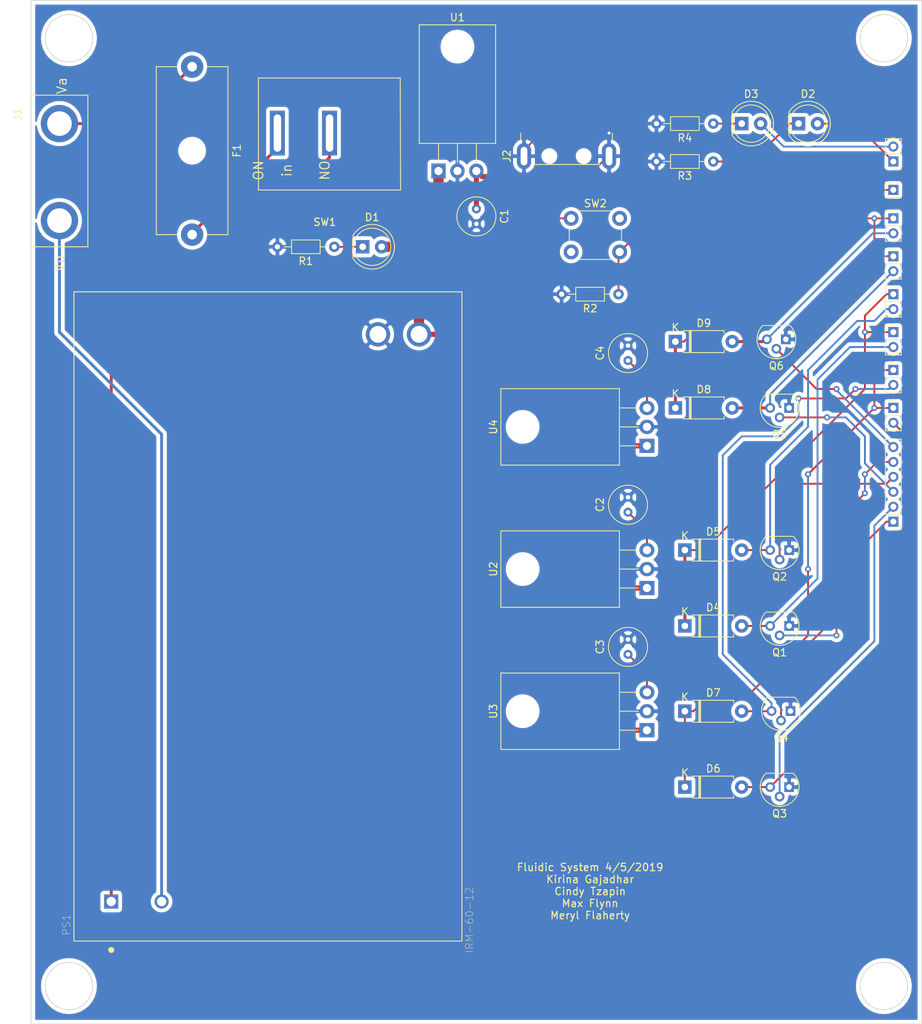
<source format=kicad_pcb>
(kicad_pcb (version 20171130) (host pcbnew "(5.1.0)-1")
  (layers (0 F.Cu signal) (31 B.Cu signal) (34 B.Paste user) (35 F.Paste user) (36 B.SilkS user) (37 F.SilkS user) (38 B.Mask user) (39 F.Mask user) (44 Edge.Cuts user))
  (net 0 "")
  (net 1 GND)
  (net 2 "Net-(C1-Pad1)")
  (net 3 "Net-(C2-Pad1)")
  (net 4 "Net-(C3-Pad1)")
  (net 5 "Net-(C4-Pad1)")
  (net 6 +12V)
  (net 7 "Net-(D1-Pad1)")
  (net 8 "Net-(D2-Pad1)")
  (net 9 light_A)
  (net 10 "Net-(D3-Pad1)")
  (net 11 light_B)
  (net 12 "Net-(D4-Pad2)")
  (net 13 "Net-(D5-Pad2)")
  (net 14 "Net-(D6-Pad2)")
  (net 15 "Net-(D7-Pad2)")
  (net 16 "Net-(D8-Pad2)")
  (net 17 "Net-(D9-Pad2)")
  (net 18 "Net-(F1-Pad1)")
  (net 19 "Net-(F1-Pad2)")
  (net 20 "Net-(J1-Pad2)")
  (net 21 "Net-(J2-Pad2)")
  (net 22 "Net-(J2-Pad3)")
  (net 23 button)
  (net 24 pump_1_ctrl)
  (net 25 pump_2_ctrl)
  (net 26 pump_3_ctrl)
  (net 27 pump_4_ctrl)
  (net 28 pump_5_ctrl)
  (net 29 pump_6_ctrl)
  (net 30 "Net-(PS1-PadAC/L)")
  (module Package_TO_SOT_THT:TO-92 (layer F.Cu) (at 101.785001 95.224999 180)
    (fp_text reference Q4 (at 1.27 -3.56 180) (layer F.SilkS))
    (fp_text value 2N2222)
    (pad 1 thru_hole rect (at 0 0 270) (size 1.3 1.3) (drill 0.75) (layers *.Cu *.Mask) (net 1 GND))
    (pad 3 thru_hole circle (at 2.54 0 270) (size 1.3 1.3) (drill 0.75) (layers *.Cu *.Mask) (net 15 "Net-(D7-Pad2)"))
    (pad 2 thru_hole circle (at 1.27 -1.27 270) (size 1.3 1.3) (drill 0.75) (layers *.Cu *.Mask) (net 28 pump_5_ctrl))
  )
  (module CONV_IRM-60-12 (layer F.Cu) (at 31.75 82.55 90)
    (fp_text reference PS1 (at -41.3116 -27.006 90) (layer F.SilkS) (effects (font (size 1.00004 1.00004) (thickness 0.05))))
    (fp_text value IRM-60-12 (at -40.6879 27.0135 90) (layer F.SilkS) (effects (font (size 1.00031 1.00031) (thickness 0.05))))
    (pad AC/L thru_hole rect (at -38.2 -21 90) (size 1.881 1.881) (drill 1.254) (layers *.Cu *.Mask) (net 30 "Net-(PS1-PadAC/L)"))
    (pad AC/N thru_hole circle (at -38.2 -14.25 90) (size 1.881 1.881) (drill 1.254) (layers *.Cu *.Mask) (net 20 "Net-(J1-Pad2)"))
    (pad V thru_hole circle (at 37.8 14.75 90) (size 3.27 3.27) (drill 2.254) (layers *.Cu *.Mask) (net 1 GND))
    (pad +V thru_hole circle (at 37.8 20.25 90) (size 3.27 3.27) (drill 2.254) (layers *.Cu *.Mask) (net 6 +12V))
  )
  (module Nematode_Imaging:toggle_switch (layer F.Cu) (at 30.48 25.4)
    (fp_text reference SW1 (at 8.89 4.31) (layer F.SilkS))
    (fp_text value SW_TOGGLE)
    (fp_text user in (at 3.81 -2.62 90) (layer F.SilkS) (effects (font (size 1.27 1.27))))
    (fp_text user NO (at 8.89 -2.62 90) (layer F.SilkS) (effects (font (size 1.27 1.27))))
    (fp_text user ON (at 0 -2.62 90) (layer F.SilkS) (effects (font (size 1.27 1.27))))
    (pad 2 thru_hole rect (at 9.53 -7.62) (size 2 6) (drill oval 1 5) (layers *.Cu *.Mask) (net 30 "Net-(PS1-PadAC/L)"))
    (pad 1 thru_hole rect (at 2.54 -7.62) (size 2 6) (drill oval 1 5) (layers *.Cu *.Mask) (net 19 "Net-(F1-Pad2)"))
  )
  (module Capacitor_THT:C_Radial_D5.0mm_H5.0mm_P2.00mm (layer F.Cu) (at 59.69 27.94 270)
    (fp_text reference C1 (at 1 -3.75 270) (layer F.SilkS))
    (fp_text value 1u)
    (pad 2 thru_hole circle (at 2 0 270) (size 1.2 1.2) (drill 0.6) (layers *.Cu *.Mask) (net 1 GND))
    (pad 1 thru_hole circle (at 0 0 270) (size 1.2 1.2) (drill 0.6) (layers *.Cu *.Mask) (net 2 "Net-(C1-Pad1)"))
  )
  (module Capacitor_THT:C_Radial_D5.0mm_H5.0mm_P2.00mm (layer F.Cu) (at 80.01 68.58 90)
    (fp_text reference C2 (at 1 -3.75 90) (layer F.SilkS))
    (fp_text value 1u)
    (pad 1 thru_hole circle (at 0 0 90) (size 1.2 1.2) (drill 0.6) (layers *.Cu *.Mask) (net 3 "Net-(C2-Pad1)"))
    (pad 2 thru_hole circle (at 2 0 90) (size 1.2 1.2) (drill 0.6) (layers *.Cu *.Mask) (net 1 GND))
  )
  (module Capacitor_THT:C_Radial_D5.0mm_H5.0mm_P2.00mm (layer F.Cu) (at 80.01 87.63 90)
    (fp_text reference C3 (at 1 -3.75 90) (layer F.SilkS))
    (fp_text value 1u)
    (pad 1 thru_hole circle (at 0 0 90) (size 1.2 1.2) (drill 0.6) (layers *.Cu *.Mask) (net 4 "Net-(C3-Pad1)"))
    (pad 2 thru_hole circle (at 2 0 90) (size 1.2 1.2) (drill 0.6) (layers *.Cu *.Mask) (net 1 GND))
  )
  (module Capacitor_THT:C_Radial_D5.0mm_H5.0mm_P2.00mm (layer F.Cu) (at 80.01 48.26 90)
    (fp_text reference C4 (at 1 -3.75 90) (layer F.SilkS))
    (fp_text value 1u)
    (pad 2 thru_hole circle (at 2 0 90) (size 1.2 1.2) (drill 0.6) (layers *.Cu *.Mask) (net 1 GND))
    (pad 1 thru_hole circle (at 0 0 90) (size 1.2 1.2) (drill 0.6) (layers *.Cu *.Mask) (net 5 "Net-(C4-Pad1)"))
  )
  (module LED_THT:LED_D5.0mm (layer F.Cu) (at 44.45 33.02)
    (fp_text reference D1 (at 1.27 -3.96) (layer F.SilkS))
    (fp_text value LED)
    (pad 2 thru_hole circle (at 2.54 0) (size 1.8 1.8) (drill 0.9) (layers *.Cu *.Mask) (net 6 +12V))
    (pad 1 thru_hole rect (at 0 0) (size 1.8 1.8) (drill 0.9) (layers *.Cu *.Mask) (net 7 "Net-(D1-Pad1)"))
  )
  (module LED_THT:LED_D5.0mm (layer F.Cu) (at 102.87 16.51)
    (fp_text reference D2 (at 1.27 -3.96) (layer F.SilkS))
    (fp_text value LED)
    (pad 1 thru_hole rect (at 0 0) (size 1.8 1.8) (drill 0.9) (layers *.Cu *.Mask) (net 8 "Net-(D2-Pad1)"))
    (pad 2 thru_hole circle (at 2.54 0) (size 1.8 1.8) (drill 0.9) (layers *.Cu *.Mask) (net 9 light_A))
  )
  (module LED_THT:LED_D5.0mm (layer F.Cu) (at 95.25 16.51)
    (fp_text reference D3 (at 1.27 -3.96) (layer F.SilkS))
    (fp_text value LED)
    (pad 1 thru_hole rect (at 0 0) (size 1.8 1.8) (drill 0.9) (layers *.Cu *.Mask) (net 10 "Net-(D3-Pad1)"))
    (pad 2 thru_hole circle (at 2.54 0) (size 1.8 1.8) (drill 0.9) (layers *.Cu *.Mask) (net 11 light_B))
  )
  (module Diode_THT:D_A-405_P7.62mm_Horizontal (layer F.Cu) (at 87.63 83.82)
    (fp_text reference D4 (at 3.81 -2.47) (layer F.SilkS))
    (fp_text value D)
    (fp_text user K (at 0 -1.9) (layer F.SilkS))
    (pad 2 thru_hole oval (at 7.62 0) (size 1.8 1.8) (drill 0.9) (layers *.Cu *.Mask) (net 12 "Net-(D4-Pad2)"))
    (pad 1 thru_hole rect (at 0 0) (size 1.8 1.8) (drill 0.9) (layers *.Cu *.Mask) (net 3 "Net-(C2-Pad1)"))
  )
  (module Diode_THT:D_A-405_P7.62mm_Horizontal (layer F.Cu) (at 87.63 73.66)
    (fp_text reference D5 (at 3.81 -2.47) (layer F.SilkS))
    (fp_text value D)
    (fp_text user K (at 0 -1.9) (layer F.SilkS))
    (pad 2 thru_hole oval (at 7.62 0) (size 1.8 1.8) (drill 0.9) (layers *.Cu *.Mask) (net 13 "Net-(D5-Pad2)"))
    (pad 1 thru_hole rect (at 0 0) (size 1.8 1.8) (drill 0.9) (layers *.Cu *.Mask) (net 3 "Net-(C2-Pad1)"))
  )
  (module Diode_THT:D_A-405_P7.62mm_Horizontal (layer F.Cu) (at 87.63 105.41)
    (fp_text reference D6 (at 3.81 -2.47) (layer F.SilkS))
    (fp_text value D)
    (fp_text user K (at 0 -1.9) (layer F.SilkS))
    (pad 2 thru_hole oval (at 7.62 0) (size 1.8 1.8) (drill 0.9) (layers *.Cu *.Mask) (net 14 "Net-(D6-Pad2)"))
    (pad 1 thru_hole rect (at 0 0) (size 1.8 1.8) (drill 0.9) (layers *.Cu *.Mask) (net 4 "Net-(C3-Pad1)"))
  )
  (module Diode_THT:D_A-405_P7.62mm_Horizontal (layer F.Cu) (at 87.63 95.25)
    (fp_text reference D7 (at 3.81 -2.47) (layer F.SilkS))
    (fp_text value D)
    (fp_text user K (at 0 -1.9) (layer F.SilkS))
    (pad 1 thru_hole rect (at 0 0) (size 1.8 1.8) (drill 0.9) (layers *.Cu *.Mask) (net 4 "Net-(C3-Pad1)"))
    (pad 2 thru_hole oval (at 7.62 0) (size 1.8 1.8) (drill 0.9) (layers *.Cu *.Mask) (net 15 "Net-(D7-Pad2)"))
  )
  (module Diode_THT:D_A-405_P7.62mm_Horizontal (layer F.Cu) (at 86.36 54.61)
    (fp_text reference D8 (at 3.81 -2.47) (layer F.SilkS))
    (fp_text value D)
    (fp_text user K (at 0 -1.9) (layer F.SilkS))
    (pad 1 thru_hole rect (at 0 0) (size 1.8 1.8) (drill 0.9) (layers *.Cu *.Mask) (net 5 "Net-(C4-Pad1)"))
    (pad 2 thru_hole oval (at 7.62 0) (size 1.8 1.8) (drill 0.9) (layers *.Cu *.Mask) (net 16 "Net-(D8-Pad2)"))
  )
  (module Diode_THT:D_A-405_P7.62mm_Horizontal (layer F.Cu) (at 86.36 45.72)
    (fp_text reference D9 (at 3.81 -2.47) (layer F.SilkS))
    (fp_text value D)
    (fp_text user K (at 0 -1.9) (layer F.SilkS))
    (pad 1 thru_hole rect (at 0 0) (size 1.8 1.8) (drill 0.9) (layers *.Cu *.Mask) (net 5 "Net-(C4-Pad1)"))
    (pad 2 thru_hole oval (at 7.62 0) (size 1.8 1.8) (drill 0.9) (layers *.Cu *.Mask) (net 17 "Net-(D9-Pad2)"))
  )
  (module Fuse:Fuseholder_Cylinder-5x20mm_Schurter_0031_8201_Horizontal_Open (layer F.Cu) (at 21.59 8.89 270)
    (fp_text reference F1 (at 11.25 -6 270) (layer F.SilkS))
    (fp_text value "1A - 250V")
    (pad 1 thru_hole circle (at 0 0 270) (size 3 3) (drill 1.3) (layers *.Cu *.Mask) (net 18 "Net-(F1-Pad1)"))
    (pad 2 thru_hole circle (at 22.5 0 270) (size 3 3) (drill 1.3) (layers *.Cu *.Mask) (net 19 "Net-(F1-Pad2)"))
    (pad "" np_thru_hole circle (at 11.25 0 270) (size 2.7 2.7) (drill 2.7) (layers *.Cu *.Mask))
  )
  (module Nematode_Imaging:IEC_320_C8 (layer F.Cu) (at 3.81 16.51 270)
    (fp_text reference J1 (at -1.27 5.58 270) (layer F.SilkS))
    (fp_text value "AC Socket IEC 320-C8")
    (fp_text user Va (at -5.08 -0.32 270) (layer F.SilkS) (effects (font (size 1.27 1.27))))
    (fp_text user Vb (at 18.73 0 270) (layer F.SilkS) (effects (font (size 1.27 1.27))))
    (pad 2 thru_hole circle (at 13 0 270) (size 5 5) (drill 3.3) (layers *.Cu *.Mask) (net 20 "Net-(J1-Pad2)"))
    (pad 1 thru_hole circle (at 0 0 270) (size 5 5) (drill 3.3) (layers *.Cu *.Mask) (net 18 "Net-(F1-Pad1)"))
  )
  (module Connector_USB:USB_A_CNCTech_1001-011-01101_Horizontal (layer F.Cu) (at 71.77 13.97 90)
    (fp_text reference J2 (at -6.9 -8 90) (layer F.SilkS))
    (fp_text value USB_A)
    (pad 2 smd rect (at -9.65 -1 90) (size 2.5 1.1) (layers F.Cu F.Paste F.Mask) (net 21 "Net-(J2-Pad2)"))
    (pad 3 smd rect (at -9.65 1 90) (size 2.5 1.1) (layers F.Cu F.Paste F.Mask) (net 22 "Net-(J2-Pad3)"))
    (pad 1 smd rect (at -9.65 -3.5 90) (size 2.5 1.1) (layers F.Cu F.Paste F.Mask) (net 2 "Net-(C1-Pad1)"))
    (pad 4 smd rect (at -9.65 3.5 90) (size 2.5 1.1) (layers F.Cu F.Paste F.Mask) (net 1 GND))
    (pad 5 thru_hole oval (at -6.9 -5.7 90) (size 3.5 1.9) (drill oval 2.5 0.9) (layers *.Cu *.Mask) (net 1 GND))
    (pad 5 thru_hole oval (at -6.9 5.7 90) (size 3.5 1.9) (drill oval 2.5 0.9) (layers *.Cu *.Mask) (net 1 GND))
    (pad "" np_thru_hole circle (at -6.9 -2.3 90) (size 1.1 1.1) (drill 1.1) (layers *.Cu *.Mask))
    (pad "" np_thru_hole circle (at -6.9 2.3 90) (size 1.1 1.1) (drill 1.1) (layers *.Cu *.Mask))
  )
  (module Connector_PinHeader_2.00mm:PinHeader_1x01_P2.00mm_Vertical (layer F.Cu) (at 115.57 25.4)
    (fp_text reference J3 hide)
    (fp_text value Conn_01x01_Male hide)
    (pad 1 thru_hole rect (at 0 0) (size 1.35 1.35) (drill 0.8) (layers *.Cu *.Mask) (net 23 button))
  )
  (module Connector_PinHeader_2.00mm:PinHeader_1x06_P2.00mm_Vertical (layer F.Cu) (at 115.57 69.85 180)
    (fp_text reference J4 hide)
    (fp_text value Conn_01x06_Male hide)
    (pad 1 thru_hole rect (at 0 0 180) (size 1.35 1.35) (drill 0.8) (layers *.Cu *.Mask) (net 24 pump_1_ctrl))
    (pad 2 thru_hole oval (at 0 2 180) (size 1.35 1.35) (drill 0.8) (layers *.Cu *.Mask) (net 25 pump_2_ctrl))
    (pad 3 thru_hole oval (at 0 4 180) (size 1.35 1.35) (drill 0.8) (layers *.Cu *.Mask) (net 26 pump_3_ctrl))
    (pad 4 thru_hole oval (at 0 6 180) (size 1.35 1.35) (drill 0.8) (layers *.Cu *.Mask) (net 27 pump_4_ctrl))
    (pad 5 thru_hole oval (at 0 8 180) (size 1.35 1.35) (drill 0.8) (layers *.Cu *.Mask) (net 28 pump_5_ctrl))
    (pad 6 thru_hole oval (at 0 10 180) (size 1.35 1.35) (drill 0.8) (layers *.Cu *.Mask) (net 29 pump_6_ctrl))
  )
  (module Connector_PinHeader_2.00mm:PinHeader_1x02_P2.00mm_Vertical (layer F.Cu) (at 115.57 21.59 180)
    (fp_text reference J5 hide)
    (fp_text value Conn_01x02_Male hide)
    (pad 1 thru_hole rect (at 0 0 180) (size 1.35 1.35) (drill 0.8) (layers *.Cu *.Mask) (net 9 light_A))
    (pad 2 thru_hole oval (at 0 2 180) (size 1.35 1.35) (drill 0.8) (layers *.Cu *.Mask) (net 11 light_B))
  )
  (module Connector_PinHeader_2.00mm:PinHeader_1x02_P2.00mm_Vertical (layer F.Cu) (at 115.57 44.45)
    (fp_text reference J6 hide)
    (fp_text value Conn_01x02_Male hide)
    (pad 2 thru_hole oval (at 0 2) (size 1.35 1.35) (drill 0.8) (layers *.Cu *.Mask) (net 12 "Net-(D4-Pad2)"))
    (pad 1 thru_hole rect (at 0 0) (size 1.35 1.35) (drill 0.8) (layers *.Cu *.Mask) (net 3 "Net-(C2-Pad1)"))
  )
  (module Connector_PinHeader_2.00mm:PinHeader_1x02_P2.00mm_Vertical (layer F.Cu) (at 115.57 39.37)
    (fp_text reference J7 hide)
    (fp_text value Conn_01x02_Male hide)
    (pad 1 thru_hole rect (at 0 0) (size 1.35 1.35) (drill 0.8) (layers *.Cu *.Mask) (net 3 "Net-(C2-Pad1)"))
    (pad 2 thru_hole oval (at 0 2) (size 1.35 1.35) (drill 0.8) (layers *.Cu *.Mask) (net 13 "Net-(D5-Pad2)"))
  )
  (module Connector_PinHeader_2.00mm:PinHeader_1x02_P2.00mm_Vertical (layer F.Cu) (at 115.57 54.61)
    (fp_text reference J8 hide)
    (fp_text value Conn_01x02_Male hide)
    (pad 1 thru_hole rect (at 0 0) (size 1.35 1.35) (drill 0.8) (layers *.Cu *.Mask) (net 4 "Net-(C3-Pad1)"))
    (pad 2 thru_hole oval (at 0 2) (size 1.35 1.35) (drill 0.8) (layers *.Cu *.Mask) (net 14 "Net-(D6-Pad2)"))
  )
  (module Connector_PinHeader_2.00mm:PinHeader_1x02_P2.00mm_Vertical (layer F.Cu) (at 115.57 49.53)
    (fp_text reference J9 hide)
    (fp_text value Conn_01x02_Male hide)
    (pad 2 thru_hole oval (at 0 2) (size 1.35 1.35) (drill 0.8) (layers *.Cu *.Mask) (net 15 "Net-(D7-Pad2)"))
    (pad 1 thru_hole rect (at 0 0) (size 1.35 1.35) (drill 0.8) (layers *.Cu *.Mask) (net 4 "Net-(C3-Pad1)"))
  )
  (module Connector_PinHeader_2.00mm:PinHeader_1x02_P2.00mm_Vertical (layer F.Cu) (at 115.57 34.29)
    (fp_text reference J10 hide)
    (fp_text value Conn_01x02_Male hide)
    (pad 2 thru_hole oval (at 0 2) (size 1.35 1.35) (drill 0.8) (layers *.Cu *.Mask) (net 16 "Net-(D8-Pad2)"))
    (pad 1 thru_hole rect (at 0 0) (size 1.35 1.35) (drill 0.8) (layers *.Cu *.Mask) (net 5 "Net-(C4-Pad1)"))
  )
  (module Connector_PinHeader_2.00mm:PinHeader_1x02_P2.00mm_Vertical (layer F.Cu) (at 115.57 29.21)
    (fp_text reference J11 hide)
    (fp_text value Conn_01x02_Male hide)
    (pad 1 thru_hole rect (at 0 0) (size 1.35 1.35) (drill 0.8) (layers *.Cu *.Mask) (net 5 "Net-(C4-Pad1)"))
    (pad 2 thru_hole oval (at 0 2) (size 1.35 1.35) (drill 0.8) (layers *.Cu *.Mask) (net 17 "Net-(D9-Pad2)"))
  )
  (module Package_TO_SOT_THT:TO-92 (layer F.Cu) (at 101.6 83.82 180)
    (fp_text reference Q1 (at 1.27 -3.56 180) (layer F.SilkS))
    (fp_text value 2N2222)
    (pad 1 thru_hole rect (at 0 0 270) (size 1.3 1.3) (drill 0.75) (layers *.Cu *.Mask) (net 1 GND))
    (pad 3 thru_hole circle (at 2.54 0 270) (size 1.3 1.3) (drill 0.75) (layers *.Cu *.Mask) (net 12 "Net-(D4-Pad2)"))
    (pad 2 thru_hole circle (at 1.27 -1.27 270) (size 1.3 1.3) (drill 0.75) (layers *.Cu *.Mask) (net 24 pump_1_ctrl))
  )
  (module Package_TO_SOT_THT:TO-92 (layer F.Cu) (at 101.6 73.66 180)
    (fp_text reference Q2 (at 1.27 -3.56 180) (layer F.SilkS))
    (fp_text value 2N2222)
    (pad 2 thru_hole circle (at 1.27 -1.27 270) (size 1.3 1.3) (drill 0.75) (layers *.Cu *.Mask) (net 27 pump_4_ctrl))
    (pad 3 thru_hole circle (at 2.54 0 270) (size 1.3 1.3) (drill 0.75) (layers *.Cu *.Mask) (net 13 "Net-(D5-Pad2)"))
    (pad 1 thru_hole rect (at 0 0 270) (size 1.3 1.3) (drill 0.75) (layers *.Cu *.Mask) (net 1 GND))
  )
  (module Package_TO_SOT_THT:TO-92 (layer F.Cu) (at 101.6 105.41 180)
    (fp_text reference Q3 (at 1.27 -3.56 180) (layer F.SilkS))
    (fp_text value 2N2222)
    (pad 1 thru_hole rect (at 0 0 270) (size 1.3 1.3) (drill 0.75) (layers *.Cu *.Mask) (net 1 GND))
    (pad 3 thru_hole circle (at 2.54 0 270) (size 1.3 1.3) (drill 0.75) (layers *.Cu *.Mask) (net 14 "Net-(D6-Pad2)"))
    (pad 2 thru_hole circle (at 1.27 -1.27 270) (size 1.3 1.3) (drill 0.75) (layers *.Cu *.Mask) (net 25 pump_2_ctrl))
  )
  (module Package_TO_SOT_THT:TO-92 (layer F.Cu) (at 101.6 54.61 180)
    (fp_text reference Q5 (at 1.27 -3.56 180) (layer F.SilkS))
    (fp_text value 2N2222)
    (pad 2 thru_hole circle (at 1.27 -1.27 270) (size 1.3 1.3) (drill 0.75) (layers *.Cu *.Mask) (net 26 pump_3_ctrl))
    (pad 3 thru_hole circle (at 2.54 0 270) (size 1.3 1.3) (drill 0.75) (layers *.Cu *.Mask) (net 16 "Net-(D8-Pad2)"))
    (pad 1 thru_hole rect (at 0 0 270) (size 1.3 1.3) (drill 0.75) (layers *.Cu *.Mask) (net 1 GND))
  )
  (module Package_TO_SOT_THT:TO-92 (layer F.Cu) (at 101.165001 45.414999 180)
    (fp_text reference Q6 (at 1.27 -3.56 180) (layer F.SilkS))
    (fp_text value 2N2222)
    (pad 2 thru_hole circle (at 1.27 -1.27 270) (size 1.3 1.3) (drill 0.75) (layers *.Cu *.Mask) (net 29 pump_6_ctrl))
    (pad 3 thru_hole circle (at 2.54 0 270) (size 1.3 1.3) (drill 0.75) (layers *.Cu *.Mask) (net 17 "Net-(D9-Pad2)"))
    (pad 1 thru_hole rect (at 0 0 270) (size 1.3 1.3) (drill 0.75) (layers *.Cu *.Mask) (net 1 GND))
  )
  (module Resistor_THT:R_Axial_DIN0204_L3.6mm_D1.6mm_P7.62mm_Horizontal (layer F.Cu) (at 40.64 33.02 180)
    (fp_text reference R1 (at 3.81 -1.92 180) (layer F.SilkS))
    (fp_text value 1k)
    (pad 2 thru_hole oval (at 7.62 0 180) (size 1.4 1.4) (drill 0.7) (layers *.Cu *.Mask) (net 1 GND))
    (pad 1 thru_hole circle (at 0 0 180) (size 1.4 1.4) (drill 0.7) (layers *.Cu *.Mask) (net 7 "Net-(D1-Pad1)"))
  )
  (module Resistor_THT:R_Axial_DIN0204_L3.6mm_D1.6mm_P7.62mm_Horizontal (layer F.Cu) (at 78.74 39.37 180)
    (fp_text reference R2 (at 3.81 -1.92 180) (layer F.SilkS))
    (fp_text value 1k)
    (pad 2 thru_hole oval (at 7.62 0 180) (size 1.4 1.4) (drill 0.7) (layers *.Cu *.Mask) (net 1 GND))
    (pad 1 thru_hole circle (at 0 0 180) (size 1.4 1.4) (drill 0.7) (layers *.Cu *.Mask) (net 23 button))
  )
  (module Resistor_THT:R_Axial_DIN0204_L3.6mm_D1.6mm_P7.62mm_Horizontal (layer F.Cu) (at 91.44 21.59 180)
    (fp_text reference R3 (at 3.81 -1.92 180) (layer F.SilkS))
    (fp_text value 1k)
    (pad 1 thru_hole circle (at 0 0 180) (size 1.4 1.4) (drill 0.7) (layers *.Cu *.Mask) (net 8 "Net-(D2-Pad1)"))
    (pad 2 thru_hole oval (at 7.62 0 180) (size 1.4 1.4) (drill 0.7) (layers *.Cu *.Mask) (net 1 GND))
  )
  (module Resistor_THT:R_Axial_DIN0204_L3.6mm_D1.6mm_P7.62mm_Horizontal (layer F.Cu) (at 91.44 16.51 180)
    (fp_text reference R4 (at 3.81 -1.92 180) (layer F.SilkS))
    (fp_text value 1k)
    (pad 1 thru_hole circle (at 0 0 180) (size 1.4 1.4) (drill 0.7) (layers *.Cu *.Mask) (net 10 "Net-(D3-Pad1)"))
    (pad 2 thru_hole oval (at 7.62 0 180) (size 1.4 1.4) (drill 0.7) (layers *.Cu *.Mask) (net 1 GND))
  )
  (module Button_Switch_THT:SW_PUSH_6mm (layer F.Cu) (at 72.39 29.21)
    (fp_text reference SW2 (at 3.25 -2) (layer F.SilkS))
    (fp_text value SW_Push)
    (pad 2 thru_hole circle (at 0 4.5 90) (size 2 2) (drill 1.1) (layers *.Cu *.Mask) (net 23 button))
    (pad 1 thru_hole circle (at 0 0 90) (size 2 2) (drill 1.1) (layers *.Cu *.Mask) (net 2 "Net-(C1-Pad1)"))
    (pad 2 thru_hole circle (at 6.5 4.5 90) (size 2 2) (drill 1.1) (layers *.Cu *.Mask) (net 23 button))
    (pad 1 thru_hole circle (at 6.5 0 90) (size 2 2) (drill 1.1) (layers *.Cu *.Mask) (net 2 "Net-(C1-Pad1)"))
  )
  (module Package_TO_SOT_THT:TO-220-3_Horizontal_TabDown (layer F.Cu) (at 54.61 22.86)
    (fp_text reference U1 (at 2.54 -20.58) (layer F.SilkS))
    (fp_text value "3A 5V Reg")
    (pad "" np_thru_hole oval (at 2.54 -16.66) (size 3.5 3.5) (drill 3.5) (layers *.Cu *.Mask))
    (pad 1 thru_hole rect (at 0 0) (size 1.905 2) (drill 1.1) (layers *.Cu *.Mask) (net 6 +12V))
    (pad 2 thru_hole oval (at 2.54 0) (size 1.905 2) (drill 1.1) (layers *.Cu *.Mask) (net 1 GND))
    (pad 3 thru_hole oval (at 5.08 0) (size 1.905 2) (drill 1.1) (layers *.Cu *.Mask) (net 2 "Net-(C1-Pad1)"))
  )
  (module Package_TO_SOT_THT:TO-220-3_Horizontal_TabDown (layer F.Cu) (at 82.55 78.74 90)
    (fp_text reference U2 (at 2.54 -20.58 90) (layer F.SilkS))
    (fp_text value "1A 6V Reg")
    (pad "" np_thru_hole oval (at 2.54 -16.66 90) (size 3.5 3.5) (drill 3.5) (layers *.Cu *.Mask))
    (pad 1 thru_hole rect (at 0 0 90) (size 1.905 2) (drill 1.1) (layers *.Cu *.Mask) (net 6 +12V))
    (pad 2 thru_hole oval (at 2.54 0 90) (size 1.905 2) (drill 1.1) (layers *.Cu *.Mask) (net 1 GND))
    (pad 3 thru_hole oval (at 5.08 0 90) (size 1.905 2) (drill 1.1) (layers *.Cu *.Mask) (net 3 "Net-(C2-Pad1)"))
  )
  (module Package_TO_SOT_THT:TO-220-3_Horizontal_TabDown (layer F.Cu) (at 82.55 97.79 90)
    (fp_text reference U3 (at 2.54 -20.58 90) (layer F.SilkS))
    (fp_text value "1A 6V Reg")
    (pad 3 thru_hole oval (at 5.08 0 90) (size 1.905 2) (drill 1.1) (layers *.Cu *.Mask) (net 4 "Net-(C3-Pad1)"))
    (pad 2 thru_hole oval (at 2.54 0 90) (size 1.905 2) (drill 1.1) (layers *.Cu *.Mask) (net 1 GND))
    (pad 1 thru_hole rect (at 0 0 90) (size 1.905 2) (drill 1.1) (layers *.Cu *.Mask) (net 6 +12V))
    (pad "" np_thru_hole oval (at 2.54 -16.66 90) (size 3.5 3.5) (drill 3.5) (layers *.Cu *.Mask))
  )
  (module Package_TO_SOT_THT:TO-220-3_Horizontal_TabDown (layer F.Cu) (at 82.55 59.69 90)
    (fp_text reference U4 (at 2.54 -20.58 90) (layer F.SilkS))
    (fp_text value "1A 6V Reg")
    (pad 3 thru_hole oval (at 5.08 0 90) (size 1.905 2) (drill 1.1) (layers *.Cu *.Mask) (net 5 "Net-(C4-Pad1)"))
    (pad 2 thru_hole oval (at 2.54 0 90) (size 1.905 2) (drill 1.1) (layers *.Cu *.Mask) (net 1 GND))
    (pad 1 thru_hole rect (at 0 0 90) (size 1.905 2) (drill 1.1) (layers *.Cu *.Mask) (net 6 +12V))
    (pad "" np_thru_hole oval (at 2.54 -16.66 90) (size 3.5 3.5) (drill 3.5) (layers *.Cu *.Mask))
  )
  (gr_text "Fluidic System 4/5/2019\nKirina Gajadhar\nCindy Tzapin\nMax Flynn\nMeryl Flaherty" (at 74.93 119.38) (layer F.SilkS) (effects (font (size 1 1))))
  (gr_line (start 119.38 137.16) (end 26.67 137.16) (layer Edge.Cuts) (width 0.1))
  (gr_line (start 119.38 91.44) (end 119.38 137.16) (layer Edge.Cuts) (width 0.1))
  (gr_circle (center 114.3 132.08) (end 117.475 132.08) (layer Edge.Cuts) (width 0.1))
  (gr_circle (center 114.3 5.08) (end 117.475 5.08) (layer Edge.Cuts) (width 0.1))
  (gr_line (start 0 137.16) (end 26.67 137.16) (layer Edge.Cuts) (width 0.1))
  (gr_circle (center 5.08 132.08) (end 8.255 132.08) (layer Edge.Cuts) (width 0.1))
  (gr_circle (center 5.08 5.08) (end 8.255 5.08) (layer Edge.Cuts) (width 0.1))
  (gr_line (start 0 137.16) (end 0 0) (layer Edge.Cuts) (width 0.1))
  (gr_line (start 119.38 0) (end 119.38 91.44) (layer Edge.Cuts) (width 0.1))
  (gr_line (start 0 0) (end 119.38 0) (layer Edge.Cuts) (width 0.1))
  (segment (start 77.32 20.87) (end 77.47 20.87) (width 0.25) (layer F.Cu) (net 1))
  (segment (start 75.27 22.92) (end 77.32 20.87) (width 0.25) (layer F.Cu) (net 1))
  (segment (start 75.27 23.62) (end 75.27 22.92) (width 0.25) (layer F.Cu) (net 1))
  (segment (start 66.07 20.07) (end 66.04 20.04) (width 0.25) (layer F.Cu) (net 1))
  (segment (start 77.47 20.87) (end 77.47 17.78) (width 0.25) (layer F.Cu) (net 1))
  (segment (start 77.47 17.78) (end 77.47 17.78) (width 0.25) (layer F.Cu) (net 1))
  (segment (start 70.36 17.78) (end 68.58 17.78) (width 0.25) (layer F.Cu) (net 1))
  (segment (start 77.47 17.78) (end 70.36 17.78) (width 0.25) (layer F.Cu) (net 1))
  (via (at 77.47 17.78) (size 0.8) (drill 0.4) (layers F.Cu B.Cu) (net 1))
  (segment (start 66.07 20.07) (end 66.07 20.87) (width 0.25) (layer F.Cu) (net 1))
  (segment (start 68.36 17.78) (end 66.07 20.07) (width 0.25) (layer F.Cu) (net 1))
  (segment (start 68.58 17.78) (end 68.36 17.78) (width 0.25) (layer F.Cu) (net 1))
  (segment (start 59.69 22.86) (end 59.69 27.94) (width 0.68326) (layer F.Cu) (net 2))
  (segment (start 60.45 23.62) (end 59.69 22.86) (width 0.25) (layer F.Cu) (net 2))
  (segment (start 68.27 23.62) (end 60.45 23.62) (width 0.68326) (layer F.Cu) (net 2))
  (segment (start 72.39 29.21) (end 69.85 29.21) (width 0.25) (layer F.Cu) (net 2))
  (segment (start 68.27 27.63) (end 68.27 23.62) (width 0.25) (layer F.Cu) (net 2))
  (segment (start 69.85 29.21) (end 68.27 27.63) (width 0.25) (layer F.Cu) (net 2))
  (segment (start 87.63 83.82) (end 87.63 73.66) (width 0.4) (layer F.Cu) (net 3))
  (segment (start 80.609999 69.179999) (end 80.01 68.58) (width 0.25) (layer F.Cu) (net 3))
  (segment (start 82.55 71.12) (end 80.609999 69.179999) (width 0.25) (layer F.Cu) (net 3))
  (segment (start 82.55 73.66) (end 82.55 71.12) (width 0.25) (layer F.Cu) (net 3))
  (segment (start 87.63 73.66) (end 90.17 73.66) (width 0.25) (layer F.Cu) (net 3))
  (segment (start 90.17 73.66) (end 111.76 52.07) (width 0.25) (layer F.Cu) (net 3))
  (segment (start 114.645 39.37) (end 115.57 39.37) (width 0.25) (layer F.Cu) (net 3))
  (segment (start 111.76 42.255) (end 114.645 39.37) (width 0.25) (layer F.Cu) (net 3))
  (segment (start 111.76 52.07) (end 111.76 42.255) (width 0.25) (layer F.Cu) (net 3))
  (segment (start 111.76 44.45) (end 111.76 44.45) (width 0.25) (layer F.Cu) (net 3))
  (via (at 111.76 44.45) (size 0.8) (drill 0.4) (layers F.Cu B.Cu) (net 3))
  (segment (start 111.76 44.45) (end 115.57 44.45) (width 0.25) (layer F.Cu) (net 3))
  (segment (start 87.63 105.41) (end 87.63 95.25) (width 0.25) (layer F.Cu) (net 4))
  (segment (start 82.5975 92.71) (end 82.55 92.71) (width 0.25) (layer F.Cu) (net 4))
  (segment (start 82.55 92.71) (end 82.55 90.17) (width 0.25) (layer F.Cu) (net 4))
  (segment (start 82.55 90.17) (end 80.01 87.63) (width 0.25) (layer F.Cu) (net 4))
  (segment (start 115.57 49.53) (end 114.3 49.53) (width 0.25) (layer F.Cu) (net 4))
  (segment (start 114.3 49.53) (end 113.03 50.8) (width 0.25) (layer F.Cu) (net 4))
  (segment (start 113.03 50.8) (end 113.03 54.61) (width 0.25) (layer F.Cu) (net 4))
  (segment (start 114.3 54.61) (end 115.57 54.61) (width 0.25) (layer F.Cu) (net 4))
  (segment (start 113.03 54.61) (end 114.3 54.61) (width 0.25) (layer F.Cu) (net 4))
  (segment (start 113.03 54.61) (end 104.14 63.5) (width 0.25) (layer F.Cu) (net 4))
  (segment (start 104.14 63.5) (end 105.41 62.23) (width 0.25) (layer F.Cu) (net 4))
  (segment (start 113.03 54.61) (end 113.03 54.61) (width 0.25) (layer F.Cu) (net 4))
  (via (at 113.03 54.61) (size 0.8) (drill 0.4) (layers F.Cu B.Cu) (net 4))
  (segment (start 104.14 85.09) (end 104.14 76.2) (width 0.25) (layer F.Cu) (net 4))
  (segment (start 96.52 92.71) (end 104.14 85.09) (width 0.25) (layer F.Cu) (net 4))
  (segment (start 91.32 92.71) (end 96.52 92.71) (width 0.25) (layer F.Cu) (net 4))
  (segment (start 87.63 95.25) (end 88.78 95.25) (width 0.25) (layer F.Cu) (net 4))
  (segment (start 88.78 95.25) (end 91.32 92.71) (width 0.25) (layer F.Cu) (net 4))
  (via (at 104.14 76.2) (size 0.8) (drill 0.4) (layers F.Cu B.Cu) (net 4))
  (segment (start 104.14 63.5) (end 104.14 63.5) (width 0.25) (layer F.Cu) (net 4))
  (via (at 104.14 63.5) (size 0.8) (drill 0.4) (layers F.Cu B.Cu) (net 4))
  (segment (start 104.14 76.2) (end 104.14 63.5) (width 0.25) (layer B.Cu) (net 4))
  (segment (start 82.55 54.61) (end 82.5975 54.61) (width 0.4) (layer F.Cu) (net 5))
  (segment (start 86.36 54.61) (end 86.36 45.72) (width 0.4) (layer F.Cu) (net 5))
  (segment (start 82.55 50.8) (end 80.01 48.26) (width 0.25) (layer F.Cu) (net 5))
  (segment (start 82.55 54.61) (end 82.55 50.8) (width 0.25) (layer F.Cu) (net 5))
  (segment (start 114.645 29.21) (end 115.57 29.21) (width 0.25) (layer F.Cu) (net 5))
  (segment (start 87.51 45.72) (end 104.02 29.21) (width 0.25) (layer F.Cu) (net 5))
  (segment (start 86.36 45.72) (end 87.51 45.72) (width 0.25) (layer F.Cu) (net 5))
  (segment (start 115.57 34.29) (end 114.3 34.29) (width 0.25) (layer F.Cu) (net 5))
  (segment (start 113.03 33.02) (end 113.03 29.21) (width 0.25) (layer F.Cu) (net 5))
  (segment (start 114.3 34.29) (end 113.03 33.02) (width 0.25) (layer F.Cu) (net 5))
  (segment (start 104.02 29.21) (end 113.03 29.21) (width 0.25) (layer F.Cu) (net 5))
  (segment (start 113.03 29.21) (end 113.03 29.21) (width 0.25) (layer F.Cu) (net 5))
  (segment (start 113.03 29.21) (end 114.645 29.21) (width 0.25) (layer F.Cu) (net 5))
  (via (at 113.03 29.21) (size 0.8) (drill 0.4) (layers F.Cu B.Cu) (net 5))
  (segment (start 46.92 33.09) (end 46.99 33.02) (width 0.25) (layer F.Cu) (net 6))
  (segment (start 52 44.75) (end 52 33.09) (width 1.38176) (layer F.Cu) (net 6))
  (segment (start 51.93 33.02) (end 52 33.09) (width 0.25) (layer F.Cu) (net 6))
  (segment (start 46.99 33.02) (end 51.93 33.02) (width 1.38176) (layer F.Cu) (net 6))
  (segment (start 51.93 33.02) (end 52.07 33.02) (width 0.25) (layer F.Cu) (net 6))
  (segment (start 54.61 30.48) (end 54.61 22.86) (width 1.38176) (layer F.Cu) (net 6))
  (segment (start 52.07 33.02) (end 54.61 30.48) (width 1.38176) (layer F.Cu) (net 6))
  (segment (start 52 44.75) (end 67.61 44.75) (width 0.7) (layer F.Cu) (net 6))
  (segment (start 67.61 44.75) (end 73.66 50.8) (width 0.7) (layer F.Cu) (net 6))
  (segment (start 73.66 50.8) (end 73.66 59.69) (width 0.7) (layer F.Cu) (net 6))
  (segment (start 73.66 59.69) (end 82.55 59.69) (width 0.7) (layer F.Cu) (net 6))
  (segment (start 73.66 58.42) (end 73.66 76.2) (width 0.7) (layer F.Cu) (net 6))
  (segment (start 73.66 78.74) (end 82.55 78.74) (width 0.7) (layer F.Cu) (net 6))
  (segment (start 76.2 97.79) (end 82.55 97.79) (width 0.7) (layer F.Cu) (net 6))
  (segment (start 73.66 81.28) (end 73.66 95.25) (width 0.7) (layer F.Cu) (net 6))
  (segment (start 73.66 95.25) (end 76.2 97.79) (width 0.7) (layer F.Cu) (net 6))
  (segment (start 73.66 78.74) (end 73.66 76.2) (width 0.684) (layer F.Cu) (net 6))
  (segment (start 73.66 78.74) (end 73.66 81.28) (width 0.684) (layer F.Cu) (net 6))
  (segment (start 44.45 33.02) (end 40.64 33.02) (width 0.25) (layer F.Cu) (net 7))
  (segment (start 92.429949 21.59) (end 91.44 21.59) (width 0.25) (layer F.Cu) (net 8))
  (segment (start 96.64 21.59) (end 92.429949 21.59) (width 0.25) (layer F.Cu) (net 8))
  (segment (start 101.72 16.51) (end 96.64 21.59) (width 0.25) (layer F.Cu) (net 8))
  (segment (start 102.87 16.51) (end 101.72 16.51) (width 0.25) (layer F.Cu) (net 8))
  (segment (start 110.49 16.51) (end 115.57 21.59) (width 0.25) (layer F.Cu) (net 9))
  (segment (start 105.41 16.51) (end 110.49 16.51) (width 0.25) (layer F.Cu) (net 9))
  (segment (start 91.44 16.51) (end 95.25 16.51) (width 0.25) (layer F.Cu) (net 10))
  (segment (start 100.87 19.59) (end 115.57 19.59) (width 0.25) (layer B.Cu) (net 11))
  (segment (start 97.79 16.51) (end 100.87 19.59) (width 0.25) (layer B.Cu) (net 11))
  (segment (start 95.25 83.82) (end 99.06 83.82) (width 0.25) (layer F.Cu) (net 12))
  (segment (start 115.57 46.45) (end 114.615406 46.45) (width 0.25) (layer B.Cu) (net 12))
  (segment (start 109.76 46.45) (end 115.57 46.45) (width 0.25) (layer B.Cu) (net 12))
  (segment (start 105.41 50.8) (end 109.76 46.45) (width 0.25) (layer B.Cu) (net 12))
  (segment (start 99.06 83.82) (end 105.41 77.47) (width 0.25) (layer B.Cu) (net 12))
  (segment (start 105.41 77.47) (end 105.41 50.8) (width 0.25) (layer B.Cu) (net 12))
  (segment (start 95.25 73.66) (end 99.06 73.66) (width 0.25) (layer F.Cu) (net 13))
  (segment (start 99.06 62.23) (end 99.06 73.66) (width 0.25) (layer B.Cu) (net 13))
  (segment (start 114.615406 41.37) (end 113.03 42.955406) (width 0.25) (layer B.Cu) (net 13))
  (segment (start 115.57 41.37) (end 114.615406 41.37) (width 0.25) (layer B.Cu) (net 13))
  (segment (start 113.03 42.955406) (end 110.714594 42.955406) (width 0.25) (layer B.Cu) (net 13))
  (segment (start 110.714594 42.955406) (end 104.14 49.53) (width 0.25) (layer B.Cu) (net 13))
  (segment (start 104.14 49.53) (end 104.14 57.15) (width 0.25) (layer B.Cu) (net 13))
  (segment (start 104.14 57.15) (end 99.06 62.23) (width 0.25) (layer B.Cu) (net 13))
  (segment (start 95.25 105.41) (end 99.06 105.41) (width 0.25) (layer F.Cu) (net 14))
  (segment (start 99.06 105.41) (end 112.65499 91.81501) (width 0.25) (layer F.Cu) (net 14))
  (segment (start 118.11 59.15) (end 115.57 56.61) (width 0.25) (layer F.Cu) (net 14))
  (segment (start 112.65499 91.81501) (end 118.11 86.36) (width 0.25) (layer F.Cu) (net 14))
  (segment (start 118.11 86.36) (end 118.11 59.15) (width 0.25) (layer F.Cu) (net 14))
  (segment (start 99.22 95.25) (end 99.245001 95.224999) (width 0.25) (layer F.Cu) (net 15))
  (segment (start 95.25 95.25) (end 99.22 95.25) (width 0.25) (layer F.Cu) (net 15))
  (segment (start 99.245001 95.224999) (end 99.245001 94.165001) (width 0.25) (layer B.Cu) (net 15))
  (segment (start 99.245001 94.165001) (end 92.71 87.63) (width 0.25) (layer B.Cu) (net 15))
  (segment (start 92.71 87.63) (end 92.71 60.96) (width 0.25) (layer B.Cu) (net 15))
  (segment (start 92.71 60.96) (end 95.25 58.42) (width 0.25) (layer B.Cu) (net 15))
  (segment (start 95.25 58.42) (end 100.33 58.42) (width 0.25) (layer B.Cu) (net 15))
  (segment (start 100.33 58.42) (end 101.6 57.15) (width 0.25) (layer B.Cu) (net 15))
  (segment (start 101.6 57.15) (end 102.87 55.88) (width 0.25) (layer B.Cu) (net 15))
  (segment (start 102.87 55.88) (end 102.87 53.34) (width 0.25) (layer B.Cu) (net 15))
  (segment (start 102.87 53.34) (end 102.87 53.34) (width 0.25) (layer B.Cu) (net 15))
  (via (at 102.87 53.34) (size 0.8) (drill 0.4) (layers F.Cu B.Cu) (net 15))
  (segment (start 102.87 53.34) (end 109.22 53.34) (width 0.25) (layer F.Cu) (net 15))
  (segment (start 109.22 53.34) (end 110.49 52.07) (width 0.25) (layer F.Cu) (net 15))
  (segment (start 110.49 52.07) (end 110.49 52.07) (width 0.25) (layer F.Cu) (net 15))
  (via (at 110.49 52.07) (size 0.8) (drill 0.4) (layers F.Cu B.Cu) (net 15))
  (segment (start 115.03 52.07) (end 115.57 51.53) (width 0.25) (layer B.Cu) (net 15))
  (segment (start 110.49 52.07) (end 115.03 52.07) (width 0.25) (layer B.Cu) (net 15))
  (segment (start 93.98 54.61) (end 99.06 54.61) (width 0.4) (layer F.Cu) (net 16))
  (segment (start 99.06 52.8) (end 115.57 36.29) (width 0.25) (layer B.Cu) (net 16))
  (segment (start 99.06 54.61) (end 99.06 52.8) (width 0.25) (layer B.Cu) (net 16))
  (segment (start 98.32 45.72) (end 98.625001 45.414999) (width 0.4) (layer F.Cu) (net 17))
  (segment (start 93.98 45.72) (end 98.32 45.72) (width 0.4) (layer F.Cu) (net 17))
  (segment (start 112.83 31.21) (end 115.57 31.21) (width 0.25) (layer B.Cu) (net 17))
  (segment (start 98.625001 45.414999) (end 112.83 31.21) (width 0.25) (layer B.Cu) (net 17))
  (segment (start 13.97 16.51) (end 21.59 8.89) (width 0.39116) (layer F.Cu) (net 18))
  (segment (start 3.81 16.51) (end 13.97 16.51) (width 0.39116) (layer F.Cu) (net 18))
  (segment (start 21.59 31.21) (end 21.59 31.39) (width 0.25) (layer F.Cu) (net 19))
  (segment (start 33.02 19.78) (end 21.59 31.21) (width 0.39116) (layer F.Cu) (net 19))
  (segment (start 33.02 17.78) (end 33.02 19.78) (width 0.25) (layer F.Cu) (net 19))
  (segment (start 17.5 120.75) (end 17.5 58.14) (width 0.39116) (layer B.Cu) (net 20))
  (segment (start 3.81 44.45) (end 3.81 29.51) (width 0.39116) (layer B.Cu) (net 20))
  (segment (start 17.5 58.14) (end 3.81 44.45) (width 0.39116) (layer B.Cu) (net 20))
  (segment (start 78.74 33.86) (end 78.89 33.71) (width 0.25) (layer F.Cu) (net 23))
  (segment (start 78.74 39.37) (end 78.74 33.86) (width 0.25) (layer F.Cu) (net 23))
  (segment (start 87.2 25.4) (end 78.89 33.71) (width 0.25) (layer F.Cu) (net 23))
  (segment (start 115.57 25.4) (end 87.2 25.4) (width 0.25) (layer F.Cu) (net 23))
  (segment (start 100.33 85.09) (end 107.95 85.09) (width 0.25) (layer B.Cu) (net 24))
  (segment (start 107.95 85.09) (end 107.95 85.09) (width 0.25) (layer B.Cu) (net 24))
  (via (at 107.95 85.09) (size 0.8) (drill 0.4) (layers F.Cu B.Cu) (net 24))
  (segment (start 114.645 69.85) (end 115.57 69.85) (width 0.25) (layer F.Cu) (net 24))
  (segment (start 107.95 76.545) (end 114.645 69.85) (width 0.25) (layer F.Cu) (net 24))
  (segment (start 107.95 85.09) (end 107.95 76.545) (width 0.25) (layer F.Cu) (net 24))
  (segment (start 100.33 98.565002) (end 113.03 85.865002) (width 0.25) (layer B.Cu) (net 25))
  (segment (start 100.33 106.68) (end 100.33 98.565002) (width 0.25) (layer B.Cu) (net 25))
  (segment (start 113.03 70.39) (end 115.57 67.85) (width 0.25) (layer B.Cu) (net 25))
  (segment (start 113.03 85.865002) (end 113.03 70.39) (width 0.25) (layer B.Cu) (net 25))
  (segment (start 100.33 55.88) (end 106.68 55.88) (width 0.25) (layer F.Cu) (net 26))
  (segment (start 106.68 55.88) (end 106.68 55.88) (width 0.25) (layer F.Cu) (net 26))
  (via (at 106.68 55.88) (size 0.8) (drill 0.4) (layers F.Cu B.Cu) (net 26))
  (segment (start 106.68 55.88) (end 106.68 55.88) (width 0.25) (layer F.Cu) (net 26))
  (via (at 106.68 55.88) (size 0.8) (drill 0.4) (layers F.Cu B.Cu) (net 26))
  (segment (start 115.57 65.85) (end 111.76 62.04) (width 0.25) (layer B.Cu) (net 26))
  (segment (start 111.76 62.04) (end 111.76 58.42) (width 0.25) (layer B.Cu) (net 26))
  (segment (start 109.22 55.88) (end 106.68 55.88) (width 0.25) (layer B.Cu) (net 26))
  (segment (start 111.76 58.42) (end 109.22 55.88) (width 0.25) (layer B.Cu) (net 26))
  (segment (start 114.65 64.77) (end 115.57 63.85) (width 0.25) (layer F.Cu) (net 27))
  (segment (start 102.87 64.77) (end 114.65 64.77) (width 0.25) (layer F.Cu) (net 27))
  (segment (start 100.33 74.93) (end 100.33 67.31) (width 0.25) (layer F.Cu) (net 27))
  (segment (start 100.33 67.31) (end 102.87 64.77) (width 0.25) (layer F.Cu) (net 27))
  (segment (start 111.76 66.04) (end 111.76 66.04) (width 0.25) (layer F.Cu) (net 28))
  (via (at 111.76 66.04) (size 0.8) (drill 0.4) (layers F.Cu B.Cu) (net 28))
  (segment (start 111.76 66.04) (end 111.76 63.5) (width 0.25) (layer B.Cu) (net 28))
  (segment (start 111.76 63.5) (end 111.76 63.5) (width 0.25) (layer B.Cu) (net 28))
  (via (at 111.76 63.5) (size 0.8) (drill 0.4) (layers F.Cu B.Cu) (net 28))
  (segment (start 113.41 61.85) (end 115.57 61.85) (width 0.25) (layer F.Cu) (net 28))
  (segment (start 111.76 63.5) (end 113.41 61.85) (width 0.25) (layer F.Cu) (net 28))
  (segment (start 111.76 66.04) (end 106.68 71.12) (width 0.25) (layer F.Cu) (net 28))
  (segment (start 100.515001 89.984999) (end 106.68 83.82) (width 0.25) (layer F.Cu) (net 28))
  (segment (start 100.515001 96.494999) (end 100.515001 89.984999) (width 0.25) (layer F.Cu) (net 28))
  (segment (start 106.68 71.12) (end 106.68 83.82) (width 0.25) (layer F.Cu) (net 28))
  (segment (start 115.57 59.85) (end 107.95 52.23) (width 0.25) (layer B.Cu) (net 29))
  (segment (start 107.95 52.23) (end 107.95 52.07) (width 0.25) (layer B.Cu) (net 29))
  (segment (start 107.95 52.07) (end 107.95 52.07) (width 0.25) (layer B.Cu) (net 29))
  (via (at 107.95 52.07) (size 0.8) (drill 0.4) (layers F.Cu B.Cu) (net 29))
  (segment (start 105.280002 52.07) (end 99.895001 46.684999) (width 0.25) (layer F.Cu) (net 29))
  (segment (start 107.95 52.07) (end 105.280002 52.07) (width 0.25) (layer F.Cu) (net 29))
  (segment (start 10.75 50.29) (end 10.75 120.75) (width 0.39116) (layer F.Cu) (net 30))
  (segment (start 40.01 17.78) (end 40.01 21.03) (width 0.39116) (layer F.Cu) (net 30))
  (segment (start 40.01 21.03) (end 10.75 50.29) (width 0.39116) (layer F.Cu) (net 30))
  (zone (net 1) (net_name GND) (layer B.Cu) (connect_pads (clearance 0.508)) (min_thickness 0.254) (fill yes (arc_segments 32) (thermal_gap 0.508) (thermal_bridge_width 0.508))
    (polygon (pts (xy 0 0) (xy 119.38 0) (xy 119.38 137.16) (xy 0 137.16)))
  )
)
</source>
